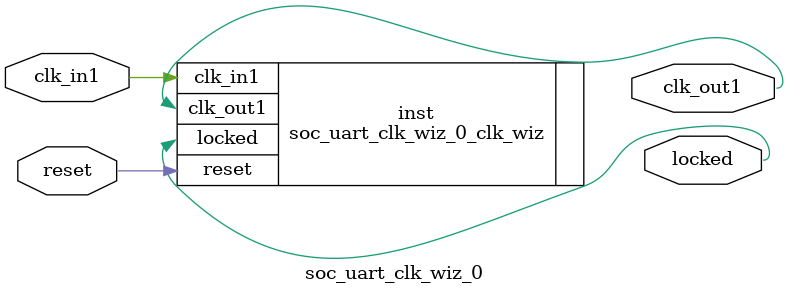
<source format=v>


`timescale 1ps/1ps

(* CORE_GENERATION_INFO = "soc_uart_clk_wiz_0,clk_wiz_v6_0_15_0_0,{component_name=soc_uart_clk_wiz_0,use_phase_alignment=true,use_min_o_jitter=false,use_max_i_jitter=false,use_dyn_phase_shift=false,use_inclk_switchover=false,use_dyn_reconfig=false,enable_axi=0,feedback_source=FDBK_AUTO,PRIMITIVE=MMCM,num_out_clk=1,clkin1_period=10.000,clkin2_period=10.000,use_power_down=false,use_reset=true,use_locked=true,use_inclk_stopped=false,feedback_type=SINGLE,CLOCK_MGR_TYPE=NA,manual_override=false}" *)

module soc_uart_clk_wiz_0 
 (
  // Clock out ports
  output        clk_out1,
  // Status and control signals
  input         reset,
  output        locked,
 // Clock in ports
  input         clk_in1
 );

  soc_uart_clk_wiz_0_clk_wiz inst
  (
  // Clock out ports  
  .clk_out1(clk_out1),
  // Status and control signals               
  .reset(reset), 
  .locked(locked),
 // Clock in ports
  .clk_in1(clk_in1)
  );

endmodule

</source>
